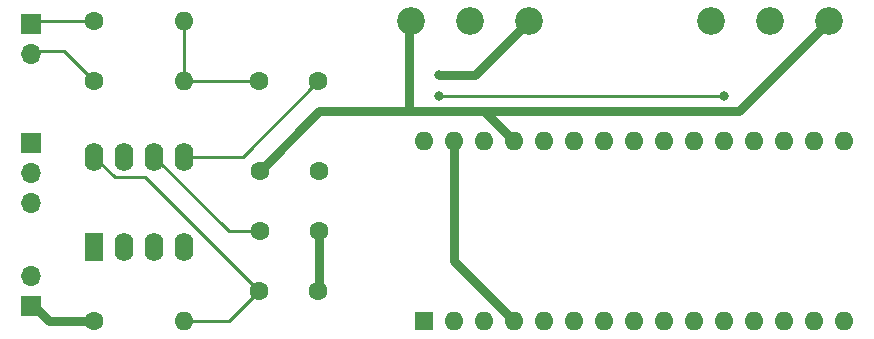
<source format=gbr>
%TF.GenerationSoftware,KiCad,Pcbnew,(6.0.1)*%
%TF.CreationDate,2022-07-14T17:02:31-04:00*%
%TF.ProjectId,AV_Speaker,41565f53-7065-4616-9b65-722e6b696361,rev?*%
%TF.SameCoordinates,Original*%
%TF.FileFunction,Copper,L1,Top*%
%TF.FilePolarity,Positive*%
%FSLAX46Y46*%
G04 Gerber Fmt 4.6, Leading zero omitted, Abs format (unit mm)*
G04 Created by KiCad (PCBNEW (6.0.1)) date 2022-07-14 17:02:31*
%MOMM*%
%LPD*%
G01*
G04 APERTURE LIST*
%TA.AperFunction,ComponentPad*%
%ADD10R,1.700000X1.700000*%
%TD*%
%TA.AperFunction,ComponentPad*%
%ADD11O,1.700000X1.700000*%
%TD*%
%TA.AperFunction,ComponentPad*%
%ADD12C,1.600000*%
%TD*%
%TA.AperFunction,ComponentPad*%
%ADD13O,1.600000X1.600000*%
%TD*%
%TA.AperFunction,ComponentPad*%
%ADD14R,1.600000X2.400000*%
%TD*%
%TA.AperFunction,ComponentPad*%
%ADD15O,1.600000X2.400000*%
%TD*%
%TA.AperFunction,ComponentPad*%
%ADD16R,1.600000X1.600000*%
%TD*%
%TA.AperFunction,ComponentPad*%
%ADD17C,2.340000*%
%TD*%
%TA.AperFunction,ViaPad*%
%ADD18C,0.800000*%
%TD*%
%TA.AperFunction,Conductor*%
%ADD19C,0.250000*%
%TD*%
%TA.AperFunction,Conductor*%
%ADD20C,0.750000*%
%TD*%
G04 APERTURE END LIST*
D10*
%TO.P,J2,1,Pin_1*%
%TO.N,+5V*%
X90805000Y-102113000D03*
D11*
%TO.P,J2,2,Pin_2*%
%TO.N,GND*%
X90805000Y-99573000D03*
%TD*%
D12*
%TO.P,C1,1*%
%TO.N,Net-(C1-Pad1)*%
X110104000Y-83063000D03*
%TO.P,C1,2*%
%TO.N,Net-(C1-Pad2)*%
X115104000Y-83063000D03*
%TD*%
%TO.P,R3,1*%
%TO.N,+5V*%
X96134000Y-103383000D03*
D13*
%TO.P,R3,2*%
%TO.N,Net-(C2-Pad1)*%
X103754000Y-103383000D03*
%TD*%
D14*
%TO.P,U1,1,VDD*%
%TO.N,+5V*%
X96144000Y-97048000D03*
D15*
%TO.P,U1,2,VSS*%
%TO.N,GND*%
X98684000Y-97048000D03*
%TO.P,U1,3,OUT*%
%TO.N,Out*%
X101224000Y-97048000D03*
%TO.P,U1,4,STROBE*%
%TO.N,Strobe*%
X103764000Y-97048000D03*
%TO.P,U1,5,IN*%
%TO.N,Net-(C1-Pad2)*%
X103764000Y-89428000D03*
%TO.P,U1,6,GND*%
%TO.N,Net-(C3-Pad2)*%
X101224000Y-89428000D03*
%TO.P,U1,7,RESET*%
%TO.N,Reset*%
X98684000Y-89428000D03*
%TO.P,U1,8,CKIN*%
%TO.N,Net-(C2-Pad1)*%
X96144000Y-89428000D03*
%TD*%
D12*
%TO.P,C2,1*%
%TO.N,Net-(C2-Pad1)*%
X110104000Y-100843000D03*
%TO.P,C2,2*%
%TO.N,GND*%
X115104000Y-100843000D03*
%TD*%
%TO.P,C4,1*%
%TO.N,GND*%
X115184000Y-90683000D03*
%TO.P,C4,2*%
%TO.N,+5V*%
X110184000Y-90683000D03*
%TD*%
D16*
%TO.P,A1,1,D1/TX*%
%TO.N,unconnected-(A1-Pad1)*%
X124074000Y-103373000D03*
D13*
%TO.P,A1,2,D0/RX*%
%TO.N,unconnected-(A1-Pad2)*%
X126614000Y-103373000D03*
%TO.P,A1,3,~{RESET}*%
%TO.N,unconnected-(A1-Pad3)*%
X129154000Y-103373000D03*
%TO.P,A1,4,GND*%
%TO.N,GND*%
X131694000Y-103373000D03*
%TO.P,A1,5,D2*%
%TO.N,unconnected-(A1-Pad5)*%
X134234000Y-103373000D03*
%TO.P,A1,6,D3*%
%TO.N,unconnected-(A1-Pad6)*%
X136774000Y-103373000D03*
%TO.P,A1,7,D4*%
%TO.N,unconnected-(A1-Pad7)*%
X139314000Y-103373000D03*
%TO.P,A1,8,D5*%
%TO.N,unconnected-(A1-Pad8)*%
X141854000Y-103373000D03*
%TO.P,A1,9,D6*%
%TO.N,LED_DATA*%
X144394000Y-103373000D03*
%TO.P,A1,10,D7*%
%TO.N,unconnected-(A1-Pad10)*%
X146934000Y-103373000D03*
%TO.P,A1,11,D8*%
%TO.N,unconnected-(A1-Pad11)*%
X149474000Y-103373000D03*
%TO.P,A1,12,D9*%
%TO.N,Strobe*%
X152014000Y-103373000D03*
%TO.P,A1,13,D10*%
%TO.N,unconnected-(A1-Pad13)*%
X154554000Y-103373000D03*
%TO.P,A1,14,D11*%
%TO.N,unconnected-(A1-Pad14)*%
X157094000Y-103373000D03*
%TO.P,A1,15,D12*%
%TO.N,unconnected-(A1-Pad15)*%
X159634000Y-103373000D03*
%TO.P,A1,16,D13*%
%TO.N,Reset*%
X159634000Y-88133000D03*
%TO.P,A1,17,3V3*%
%TO.N,unconnected-(A1-Pad17)*%
X157094000Y-88133000D03*
%TO.P,A1,18,AREF*%
%TO.N,unconnected-(A1-Pad18)*%
X154554000Y-88133000D03*
%TO.P,A1,19,A0*%
%TO.N,unconnected-(A1-Pad19)*%
X152014000Y-88133000D03*
%TO.P,A1,20,A1*%
%TO.N,Out*%
X149474000Y-88133000D03*
%TO.P,A1,21,A2*%
%TO.N,unconnected-(A1-Pad21)*%
X146934000Y-88133000D03*
%TO.P,A1,22,A3*%
%TO.N,Sensitivity*%
X144394000Y-88133000D03*
%TO.P,A1,23,A4*%
%TO.N,Brightness*%
X141854000Y-88133000D03*
%TO.P,A1,24,A5*%
%TO.N,unconnected-(A1-Pad24)*%
X139314000Y-88133000D03*
%TO.P,A1,25,A6*%
%TO.N,unconnected-(A1-Pad25)*%
X136774000Y-88133000D03*
%TO.P,A1,26,A7*%
%TO.N,unconnected-(A1-Pad26)*%
X134234000Y-88133000D03*
%TO.P,A1,27,+5V*%
%TO.N,+5V*%
X131694000Y-88133000D03*
%TO.P,A1,28,~{RESET}*%
%TO.N,unconnected-(A1-Pad28)*%
X129154000Y-88133000D03*
%TO.P,A1,29,GND*%
%TO.N,GND*%
X126614000Y-88133000D03*
%TO.P,A1,30,VIN*%
%TO.N,unconnected-(A1-Pad30)*%
X124074000Y-88133000D03*
%TD*%
D17*
%TO.P,RV2,1,1*%
%TO.N,GND*%
X132964000Y-77983000D03*
%TO.P,RV2,2,2*%
%TO.N,Brightness*%
X127964000Y-77983000D03*
%TO.P,RV2,3,3*%
%TO.N,+5V*%
X122964000Y-77983000D03*
%TD*%
D12*
%TO.P,R2,1*%
%TO.N,Audio_IN_L*%
X96134000Y-83063000D03*
D13*
%TO.P,R2,2*%
%TO.N,Net-(C1-Pad1)*%
X103754000Y-83063000D03*
%TD*%
D12*
%TO.P,R1,1*%
%TO.N,Audio_IN_R*%
X96134000Y-77983000D03*
D13*
%TO.P,R1,2*%
%TO.N,Net-(C1-Pad1)*%
X103754000Y-77983000D03*
%TD*%
D10*
%TO.P,J1,1,Pin_1*%
%TO.N,Audio_IN_R*%
X90800000Y-78232000D03*
D11*
%TO.P,J1,2,Pin_2*%
%TO.N,Audio_IN_L*%
X90800000Y-80772000D03*
%TD*%
D12*
%TO.P,C3,1*%
%TO.N,GND*%
X115184000Y-95763000D03*
%TO.P,C3,2*%
%TO.N,Net-(C3-Pad2)*%
X110184000Y-95763000D03*
%TD*%
D10*
%TO.P,J3,1,Pin_1*%
%TO.N,+5V*%
X90805000Y-88265000D03*
D11*
%TO.P,J3,2,Pin_2*%
%TO.N,LED_DATA*%
X90805000Y-90805000D03*
%TO.P,J3,3,Pin_3*%
%TO.N,GND*%
X90805000Y-93345000D03*
%TD*%
D17*
%TO.P,RV1,1,1*%
%TO.N,+5V*%
X158364000Y-77983000D03*
%TO.P,RV1,2,2*%
%TO.N,Sensitivity*%
X153364000Y-77983000D03*
%TO.P,RV1,3,3*%
%TO.N,GND*%
X148364000Y-77983000D03*
%TD*%
D18*
%TO.N,GND*%
X125349000Y-82550000D03*
%TO.N,Reset*%
X149474000Y-84333000D03*
X125344000Y-84333000D03*
%TD*%
D19*
%TO.N,Net-(C1-Pad1)*%
X103754000Y-77983000D02*
X103754000Y-83063000D01*
X103754000Y-83063000D02*
X110104000Y-83063000D01*
%TO.N,Net-(C1-Pad2)*%
X108739000Y-89428000D02*
X115104000Y-83063000D01*
X103764000Y-89428000D02*
X108739000Y-89428000D01*
%TO.N,Net-(C2-Pad1)*%
X107564000Y-103383000D02*
X103754000Y-103383000D01*
X97907000Y-91191000D02*
X96144000Y-89428000D01*
X110104000Y-100843000D02*
X100452000Y-91191000D01*
X110104000Y-100843000D02*
X107564000Y-103383000D01*
X100452000Y-91191000D02*
X97907000Y-91191000D01*
D20*
%TO.N,GND*%
X115184000Y-100763000D02*
X115104000Y-100843000D01*
X115184000Y-95763000D02*
X115184000Y-100763000D01*
X126614000Y-98293000D02*
X131694000Y-103373000D01*
X125349000Y-82550000D02*
X128397000Y-82550000D01*
X126614000Y-88133000D02*
X126614000Y-98293000D01*
X128397000Y-82550000D02*
X132964000Y-77983000D01*
D19*
%TO.N,Net-(C3-Pad2)*%
X110184000Y-95763000D02*
X107559000Y-95763000D01*
X107559000Y-95763000D02*
X101224000Y-89428000D01*
%TO.N,Audio_IN_R*%
X96134000Y-77983000D02*
X91054000Y-77983000D01*
%TO.N,Audio_IN_L*%
X93589000Y-80518000D02*
X96134000Y-83063000D01*
X91059000Y-80518000D02*
X93589000Y-80518000D01*
X91054000Y-80523000D02*
X91059000Y-80518000D01*
%TO.N,Reset*%
X149474000Y-84333000D02*
X125344000Y-84333000D01*
D20*
%TO.N,+5V*%
X129164000Y-85603000D02*
X131694000Y-88133000D01*
X92324000Y-103383000D02*
X96134000Y-103383000D01*
X158364000Y-77983000D02*
X150744000Y-85603000D01*
X122804000Y-85603000D02*
X129164000Y-85603000D01*
X110184000Y-90603000D02*
X115184000Y-85603000D01*
X110184000Y-90683000D02*
X110184000Y-90603000D01*
X150744000Y-85603000D02*
X129164000Y-85603000D01*
X122804000Y-78143000D02*
X122804000Y-85603000D01*
X122964000Y-77983000D02*
X122804000Y-78143000D01*
X91054000Y-102113000D02*
X92324000Y-103383000D01*
X115184000Y-85603000D02*
X122804000Y-85603000D01*
%TD*%
M02*

</source>
